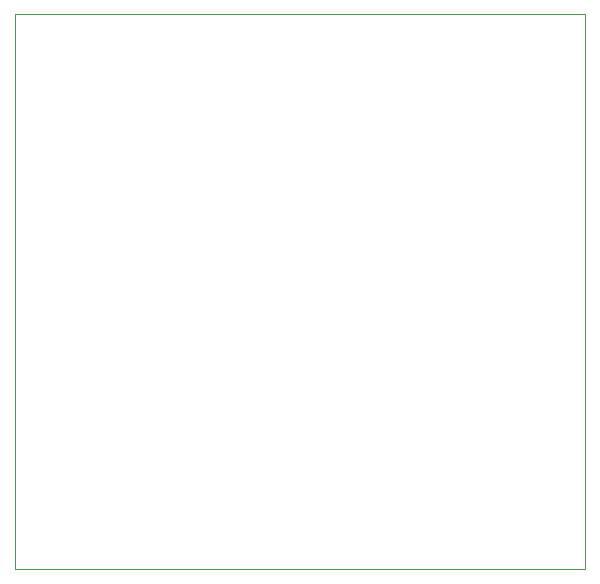
<source format=gbr>
G04 (created by PCBNEW (2013-07-07 BZR 4022)-stable) date 16/07/2014 12:48:06*
%MOIN*%
G04 Gerber Fmt 3.4, Leading zero omitted, Abs format*
%FSLAX34Y34*%
G01*
G70*
G90*
G04 APERTURE LIST*
%ADD10C,0.00590551*%
%ADD11C,0.00393701*%
G04 APERTURE END LIST*
G54D10*
G54D11*
X9000Y-37000D02*
X9000Y-36250D01*
X28000Y-37000D02*
X28000Y-36200D01*
X9000Y-36250D02*
X9000Y-18500D01*
X28000Y-37000D02*
X9000Y-37000D01*
X28000Y-18500D02*
X28000Y-36250D01*
X9000Y-18500D02*
X28000Y-18500D01*
M02*

</source>
